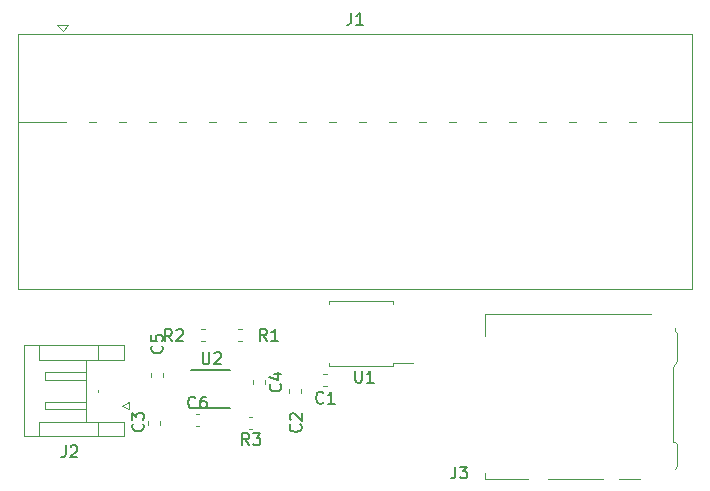
<source format=gbr>
G04 #@! TF.GenerationSoftware,KiCad,Pcbnew,(5.1.5)-3*
G04 #@! TF.CreationDate,2020-05-22T11:52:53-04:00*
G04 #@! TF.ProjectId,uBit_carrier,75426974-5f63-4617-9272-6965722e6b69,rev?*
G04 #@! TF.SameCoordinates,Original*
G04 #@! TF.FileFunction,Legend,Top*
G04 #@! TF.FilePolarity,Positive*
%FSLAX46Y46*%
G04 Gerber Fmt 4.6, Leading zero omitted, Abs format (unit mm)*
G04 Created by KiCad (PCBNEW (5.1.5)-3) date 2020-05-22 11:52:53*
%MOMM*%
%LPD*%
G04 APERTURE LIST*
%ADD10C,0.152400*%
%ADD11C,0.120000*%
%ADD12C,0.150000*%
G04 APERTURE END LIST*
D10*
X157835600Y-106197400D02*
X161086800Y-106197400D01*
X161086800Y-102946200D02*
X157835600Y-102946200D01*
D11*
X162689321Y-107964700D02*
X163014879Y-107964700D01*
X162689321Y-106944700D02*
X163014879Y-106944700D01*
X158976279Y-99515200D02*
X158650721Y-99515200D01*
X158976279Y-100535200D02*
X158650721Y-100535200D01*
X161762221Y-100535200D02*
X162087779Y-100535200D01*
X161762221Y-99515200D02*
X162087779Y-99515200D01*
X158193521Y-107723400D02*
X158519079Y-107723400D01*
X158193521Y-106703400D02*
X158519079Y-106703400D01*
X154442700Y-103194033D02*
X154442700Y-103536567D01*
X155462700Y-103194033D02*
X155462700Y-103536567D01*
X163078700Y-103850221D02*
X163078700Y-104175779D01*
X164098700Y-103850221D02*
X164098700Y-104175779D01*
X182715000Y-100125000D02*
X182715000Y-98205000D01*
X182715000Y-98205000D02*
X196725000Y-98205000D01*
X182715000Y-111725000D02*
X182715000Y-112175000D01*
X182715000Y-112175000D02*
X186325000Y-112175000D01*
X198985000Y-99885000D02*
X198985000Y-102195000D01*
X198985000Y-111145000D02*
X198985000Y-109285000D01*
X198985000Y-111145000D02*
X198785000Y-111345000D01*
X188025000Y-112175000D02*
X192725000Y-112175000D01*
X194025000Y-112175000D02*
X195825000Y-112175000D01*
X198635000Y-109075000D02*
X198635000Y-102705000D01*
X198635000Y-109075000D02*
X198785000Y-109075000D01*
X198985000Y-109285000D02*
X198785000Y-109075000D01*
X198985000Y-99885000D02*
X198785000Y-99685000D01*
X198785000Y-99685000D02*
X198785000Y-99425000D01*
X198985000Y-102195000D02*
X198635000Y-102705000D01*
X154201400Y-107296133D02*
X154201400Y-107638667D01*
X155221400Y-107296133D02*
X155221400Y-107638667D01*
X174925000Y-102365000D02*
X176600000Y-102365000D01*
X174925000Y-102625000D02*
X174925000Y-102365000D01*
X172200000Y-102625000D02*
X174925000Y-102625000D01*
X169475000Y-102625000D02*
X169475000Y-102365000D01*
X172200000Y-102625000D02*
X169475000Y-102625000D01*
X174925000Y-97175000D02*
X174925000Y-97435000D01*
X172200000Y-97175000D02*
X174925000Y-97175000D01*
X169475000Y-97175000D02*
X169475000Y-97435000D01*
X172200000Y-97175000D02*
X169475000Y-97175000D01*
X152600000Y-105700000D02*
X152000000Y-106000000D01*
X152600000Y-106300000D02*
X152600000Y-105700000D01*
X152000000Y-106000000D02*
X152600000Y-106300000D01*
X148910000Y-103180000D02*
X148910000Y-103500000D01*
X145490000Y-103180000D02*
X148910000Y-103180000D01*
X145410000Y-103500000D02*
X145490000Y-103180000D01*
X145490000Y-103820000D02*
X145410000Y-103500000D01*
X148910000Y-103820000D02*
X145490000Y-103820000D01*
X148910000Y-103500000D02*
X148910000Y-103820000D01*
X149910000Y-104830000D02*
X149910000Y-104670000D01*
X148910000Y-105680000D02*
X148910000Y-106000000D01*
X145490000Y-105680000D02*
X148910000Y-105680000D01*
X145410000Y-106000000D02*
X145490000Y-105680000D01*
X145490000Y-106320000D02*
X145410000Y-106000000D01*
X148910000Y-106320000D02*
X145490000Y-106320000D01*
X148910000Y-106000000D02*
X148910000Y-106320000D01*
X148910000Y-107390000D02*
X148910000Y-102110000D01*
X149910000Y-102110000D02*
X149910000Y-100890000D01*
X144910000Y-102110000D02*
X149910000Y-102110000D01*
X144910000Y-100890000D02*
X144910000Y-102110000D01*
X149910000Y-107390000D02*
X149910000Y-108610000D01*
X144910000Y-107390000D02*
X149910000Y-107390000D01*
X144910000Y-108610000D02*
X144910000Y-107390000D01*
X152110000Y-102110000D02*
X149910000Y-102110000D01*
X152110000Y-100890000D02*
X152110000Y-102110000D01*
X143690000Y-100890000D02*
X152110000Y-100890000D01*
X143690000Y-108610000D02*
X143690000Y-100890000D01*
X152110000Y-108610000D02*
X143690000Y-108610000D01*
X152110000Y-107390000D02*
X152110000Y-108610000D01*
X149910000Y-107390000D02*
X152110000Y-107390000D01*
X147430000Y-73795000D02*
X146930000Y-74295000D01*
X146430000Y-73795000D02*
X147430000Y-73795000D01*
X146930000Y-74295000D02*
X146430000Y-73795000D01*
X197420000Y-82025000D02*
X200260000Y-82025000D01*
X194880000Y-82025000D02*
X195501000Y-82025000D01*
X192340000Y-82025000D02*
X192961000Y-82025000D01*
X189800000Y-82025000D02*
X190421000Y-82025000D01*
X187260000Y-82025000D02*
X187881000Y-82025000D01*
X184720000Y-82025000D02*
X185341000Y-82025000D01*
X182180000Y-82025000D02*
X182801000Y-82025000D01*
X179640000Y-82025000D02*
X180261000Y-82025000D01*
X177100000Y-82025000D02*
X177721000Y-82025000D01*
X174560000Y-82025000D02*
X175181000Y-82025000D01*
X172020000Y-82025000D02*
X172641000Y-82025000D01*
X169480000Y-82025000D02*
X170101000Y-82025000D01*
X166940000Y-82025000D02*
X167561000Y-82025000D01*
X164400000Y-82025000D02*
X165021000Y-82025000D01*
X161860000Y-82025000D02*
X162481000Y-82025000D01*
X159320000Y-82025000D02*
X159941000Y-82025000D01*
X156780000Y-82025000D02*
X157401000Y-82025000D01*
X154240000Y-82025000D02*
X154861000Y-82025000D01*
X151700000Y-82025000D02*
X152321000Y-82025000D01*
X149160000Y-82025000D02*
X149781000Y-82025000D01*
X143130000Y-82025000D02*
X147241000Y-82025000D01*
X200260000Y-74535000D02*
X143130000Y-74535000D01*
X200260000Y-96145000D02*
X200260000Y-74535000D01*
X143130000Y-96145000D02*
X200260000Y-96145000D01*
X143130000Y-74535000D02*
X143130000Y-96145000D01*
X167095900Y-104958967D02*
X167095900Y-104616433D01*
X166075900Y-104958967D02*
X166075900Y-104616433D01*
X169321267Y-103340000D02*
X168978733Y-103340000D01*
X169321267Y-104360000D02*
X168978733Y-104360000D01*
D12*
X158788195Y-101484180D02*
X158788195Y-102293704D01*
X158835814Y-102388942D01*
X158883433Y-102436561D01*
X158978671Y-102484180D01*
X159169147Y-102484180D01*
X159264385Y-102436561D01*
X159312004Y-102388942D01*
X159359623Y-102293704D01*
X159359623Y-101484180D01*
X159788195Y-101579419D02*
X159835814Y-101531800D01*
X159931052Y-101484180D01*
X160169147Y-101484180D01*
X160264385Y-101531800D01*
X160312004Y-101579419D01*
X160359623Y-101674657D01*
X160359623Y-101769895D01*
X160312004Y-101912752D01*
X159740576Y-102484180D01*
X160359623Y-102484180D01*
X162736233Y-109342180D02*
X162402900Y-108865990D01*
X162164804Y-109342180D02*
X162164804Y-108342180D01*
X162545757Y-108342180D01*
X162640995Y-108389800D01*
X162688614Y-108437419D01*
X162736233Y-108532657D01*
X162736233Y-108675514D01*
X162688614Y-108770752D01*
X162640995Y-108818371D01*
X162545757Y-108865990D01*
X162164804Y-108865990D01*
X163069566Y-108342180D02*
X163688614Y-108342180D01*
X163355280Y-108723133D01*
X163498138Y-108723133D01*
X163593376Y-108770752D01*
X163640995Y-108818371D01*
X163688614Y-108913609D01*
X163688614Y-109151704D01*
X163640995Y-109246942D01*
X163593376Y-109294561D01*
X163498138Y-109342180D01*
X163212423Y-109342180D01*
X163117185Y-109294561D01*
X163069566Y-109246942D01*
X156195733Y-100541080D02*
X155862400Y-100064890D01*
X155624304Y-100541080D02*
X155624304Y-99541080D01*
X156005257Y-99541080D01*
X156100495Y-99588700D01*
X156148114Y-99636319D01*
X156195733Y-99731557D01*
X156195733Y-99874414D01*
X156148114Y-99969652D01*
X156100495Y-100017271D01*
X156005257Y-100064890D01*
X155624304Y-100064890D01*
X156576685Y-99636319D02*
X156624304Y-99588700D01*
X156719542Y-99541080D01*
X156957638Y-99541080D01*
X157052876Y-99588700D01*
X157100495Y-99636319D01*
X157148114Y-99731557D01*
X157148114Y-99826795D01*
X157100495Y-99969652D01*
X156529066Y-100541080D01*
X157148114Y-100541080D01*
X164234833Y-100515680D02*
X163901500Y-100039490D01*
X163663404Y-100515680D02*
X163663404Y-99515680D01*
X164044357Y-99515680D01*
X164139595Y-99563300D01*
X164187214Y-99610919D01*
X164234833Y-99706157D01*
X164234833Y-99849014D01*
X164187214Y-99944252D01*
X164139595Y-99991871D01*
X164044357Y-100039490D01*
X163663404Y-100039490D01*
X165187214Y-100515680D02*
X164615785Y-100515680D01*
X164901500Y-100515680D02*
X164901500Y-99515680D01*
X164806261Y-99658538D01*
X164711023Y-99753776D01*
X164615785Y-99801395D01*
X158189633Y-106140542D02*
X158142014Y-106188161D01*
X157999157Y-106235780D01*
X157903919Y-106235780D01*
X157761061Y-106188161D01*
X157665823Y-106092923D01*
X157618204Y-105997685D01*
X157570585Y-105807209D01*
X157570585Y-105664352D01*
X157618204Y-105473876D01*
X157665823Y-105378638D01*
X157761061Y-105283400D01*
X157903919Y-105235780D01*
X157999157Y-105235780D01*
X158142014Y-105283400D01*
X158189633Y-105331019D01*
X159046776Y-105235780D02*
X158856300Y-105235780D01*
X158761061Y-105283400D01*
X158713442Y-105331019D01*
X158618204Y-105473876D01*
X158570585Y-105664352D01*
X158570585Y-106045304D01*
X158618204Y-106140542D01*
X158665823Y-106188161D01*
X158761061Y-106235780D01*
X158951538Y-106235780D01*
X159046776Y-106188161D01*
X159094395Y-106140542D01*
X159142014Y-106045304D01*
X159142014Y-105807209D01*
X159094395Y-105711971D01*
X159046776Y-105664352D01*
X158951538Y-105616733D01*
X158761061Y-105616733D01*
X158665823Y-105664352D01*
X158618204Y-105711971D01*
X158570585Y-105807209D01*
X155347942Y-100941166D02*
X155395561Y-100988785D01*
X155443180Y-101131642D01*
X155443180Y-101226880D01*
X155395561Y-101369738D01*
X155300323Y-101464976D01*
X155205085Y-101512595D01*
X155014609Y-101560214D01*
X154871752Y-101560214D01*
X154681276Y-101512595D01*
X154586038Y-101464976D01*
X154490800Y-101369738D01*
X154443180Y-101226880D01*
X154443180Y-101131642D01*
X154490800Y-100988785D01*
X154538419Y-100941166D01*
X154443180Y-100036404D02*
X154443180Y-100512595D01*
X154919371Y-100560214D01*
X154871752Y-100512595D01*
X154824133Y-100417357D01*
X154824133Y-100179261D01*
X154871752Y-100084023D01*
X154919371Y-100036404D01*
X155014609Y-99988785D01*
X155252704Y-99988785D01*
X155347942Y-100036404D01*
X155395561Y-100084023D01*
X155443180Y-100179261D01*
X155443180Y-100417357D01*
X155395561Y-100512595D01*
X155347942Y-100560214D01*
X165375842Y-104179666D02*
X165423461Y-104227285D01*
X165471080Y-104370142D01*
X165471080Y-104465380D01*
X165423461Y-104608238D01*
X165328223Y-104703476D01*
X165232985Y-104751095D01*
X165042509Y-104798714D01*
X164899652Y-104798714D01*
X164709176Y-104751095D01*
X164613938Y-104703476D01*
X164518700Y-104608238D01*
X164471080Y-104465380D01*
X164471080Y-104370142D01*
X164518700Y-104227285D01*
X164566319Y-104179666D01*
X164804414Y-103322523D02*
X165471080Y-103322523D01*
X164423461Y-103560619D02*
X165137747Y-103798714D01*
X165137747Y-103179666D01*
X180200466Y-111161580D02*
X180200466Y-111875866D01*
X180152847Y-112018723D01*
X180057609Y-112113961D01*
X179914752Y-112161580D01*
X179819514Y-112161580D01*
X180581419Y-111161580D02*
X181200466Y-111161580D01*
X180867133Y-111542533D01*
X181009990Y-111542533D01*
X181105228Y-111590152D01*
X181152847Y-111637771D01*
X181200466Y-111733009D01*
X181200466Y-111971104D01*
X181152847Y-112066342D01*
X181105228Y-112113961D01*
X181009990Y-112161580D01*
X180724276Y-112161580D01*
X180629038Y-112113961D01*
X180581419Y-112066342D01*
X153715642Y-107538566D02*
X153763261Y-107586185D01*
X153810880Y-107729042D01*
X153810880Y-107824280D01*
X153763261Y-107967138D01*
X153668023Y-108062376D01*
X153572785Y-108109995D01*
X153382309Y-108157614D01*
X153239452Y-108157614D01*
X153048976Y-108109995D01*
X152953738Y-108062376D01*
X152858500Y-107967138D01*
X152810880Y-107824280D01*
X152810880Y-107729042D01*
X152858500Y-107586185D01*
X152906119Y-107538566D01*
X152810880Y-107205233D02*
X152810880Y-106586185D01*
X153191833Y-106919519D01*
X153191833Y-106776661D01*
X153239452Y-106681423D01*
X153287071Y-106633804D01*
X153382309Y-106586185D01*
X153620404Y-106586185D01*
X153715642Y-106633804D01*
X153763261Y-106681423D01*
X153810880Y-106776661D01*
X153810880Y-107062376D01*
X153763261Y-107157614D01*
X153715642Y-107205233D01*
X171716795Y-103046280D02*
X171716795Y-103855804D01*
X171764414Y-103951042D01*
X171812033Y-103998661D01*
X171907271Y-104046280D01*
X172097747Y-104046280D01*
X172192985Y-103998661D01*
X172240604Y-103951042D01*
X172288223Y-103855804D01*
X172288223Y-103046280D01*
X173288223Y-104046280D02*
X172716795Y-104046280D01*
X173002509Y-104046280D02*
X173002509Y-103046280D01*
X172907271Y-103189138D01*
X172812033Y-103284376D01*
X172716795Y-103331995D01*
X147189866Y-109370880D02*
X147189866Y-110085166D01*
X147142247Y-110228023D01*
X147047009Y-110323261D01*
X146904152Y-110370880D01*
X146808914Y-110370880D01*
X147618438Y-109466119D02*
X147666057Y-109418500D01*
X147761295Y-109370880D01*
X147999390Y-109370880D01*
X148094628Y-109418500D01*
X148142247Y-109466119D01*
X148189866Y-109561357D01*
X148189866Y-109656595D01*
X148142247Y-109799452D01*
X147570819Y-110370880D01*
X148189866Y-110370880D01*
X171361666Y-72737380D02*
X171361666Y-73451666D01*
X171314047Y-73594523D01*
X171218809Y-73689761D01*
X171075952Y-73737380D01*
X170980714Y-73737380D01*
X172361666Y-73737380D02*
X171790238Y-73737380D01*
X172075952Y-73737380D02*
X172075952Y-72737380D01*
X171980714Y-72880238D01*
X171885476Y-72975476D01*
X171790238Y-73023095D01*
X167070042Y-107595966D02*
X167117661Y-107643585D01*
X167165280Y-107786442D01*
X167165280Y-107881680D01*
X167117661Y-108024538D01*
X167022423Y-108119776D01*
X166927185Y-108167395D01*
X166736709Y-108215014D01*
X166593852Y-108215014D01*
X166403376Y-108167395D01*
X166308138Y-108119776D01*
X166212900Y-108024538D01*
X166165280Y-107881680D01*
X166165280Y-107786442D01*
X166212900Y-107643585D01*
X166260519Y-107595966D01*
X166260519Y-107215014D02*
X166212900Y-107167395D01*
X166165280Y-107072157D01*
X166165280Y-106834061D01*
X166212900Y-106738823D01*
X166260519Y-106691204D01*
X166355757Y-106643585D01*
X166450995Y-106643585D01*
X166593852Y-106691204D01*
X167165280Y-107262633D01*
X167165280Y-106643585D01*
X169010033Y-105729042D02*
X168962414Y-105776661D01*
X168819557Y-105824280D01*
X168724319Y-105824280D01*
X168581461Y-105776661D01*
X168486223Y-105681423D01*
X168438604Y-105586185D01*
X168390985Y-105395709D01*
X168390985Y-105252852D01*
X168438604Y-105062376D01*
X168486223Y-104967138D01*
X168581461Y-104871900D01*
X168724319Y-104824280D01*
X168819557Y-104824280D01*
X168962414Y-104871900D01*
X169010033Y-104919519D01*
X169962414Y-105824280D02*
X169390985Y-105824280D01*
X169676700Y-105824280D02*
X169676700Y-104824280D01*
X169581461Y-104967138D01*
X169486223Y-105062376D01*
X169390985Y-105109995D01*
M02*

</source>
